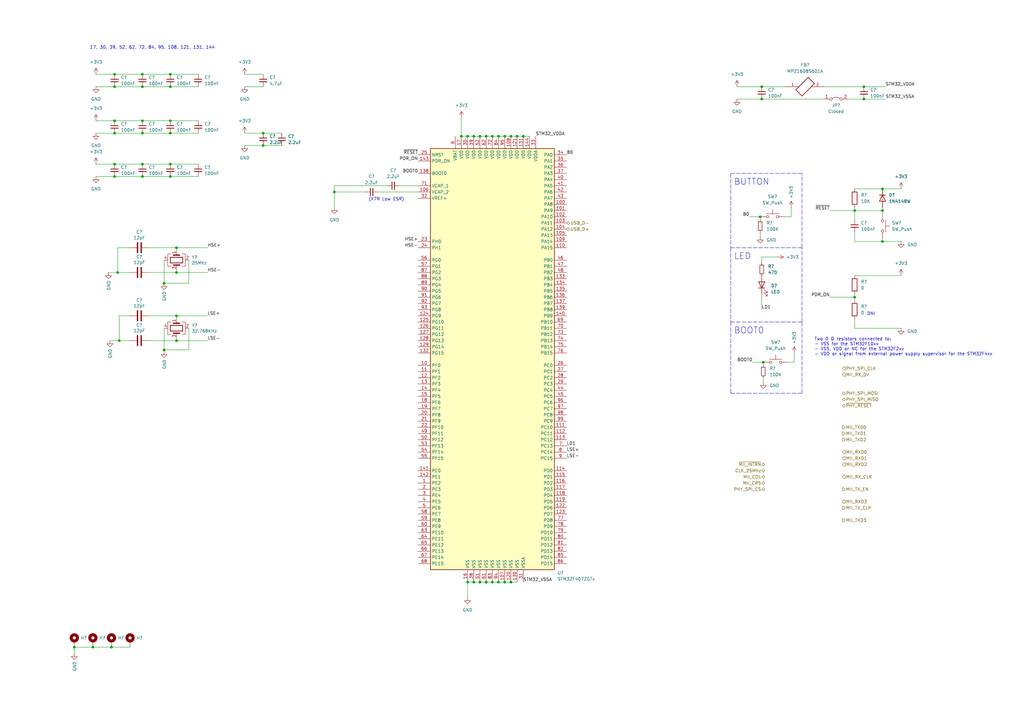
<source format=kicad_sch>
(kicad_sch (version 20211123) (generator eeschema)
  (paper "A3")
  (lib_symbols
    (symbol "Device:C" (pin_numbers hide) (pin_names (offset 0.254))
      (property "Reference" "C" (at 0.635 2.54 0))
      (property "Value" "C" (at 0.635 -2.54 0))
      (symbol "C_0_1"
        (polyline (pts (xy -2.032 -0.762) (xy 2.032 -0.762)) (stroke (width 0.508)))
        (polyline (pts (xy -2.032 0.762) (xy 2.032 0.762)) (stroke (width 0.508)))
      )
      (symbol "C_1_1"
        (pin passive line (at 0 3.81 270) (length 2.794) (name "~") (number "1"))
        (pin passive line (at 0 -3.81 90) (length 2.794) (name "~") (number "2"))
      )
    )
    (symbol "Device:C_Small" (pin_numbers hide) (pin_names (offset 0.254) hide)
      (property "Reference" "C" (at 0.254 1.778 0))
      (property "Value" "C_Small" (at 0.254 -2.032 0))
      (symbol "C_Small_0_1"
        (polyline (pts (xy -1.524 -0.508) (xy 1.524 -0.508)) (stroke (width 0.3302)))
        (polyline (pts (xy -1.524 0.508) (xy 1.524 0.508)) (stroke (width 0.3048)))
      )
      (symbol "C_Small_1_1"
        (pin passive line (at 0 2.54 270) (length 2.032) (name "~") (number "1"))
        (pin passive line (at 0 -2.54 90) (length 2.032) (name "~") (number "2"))
      )
    )
    (symbol "Device:Crystal_GND24" (pin_names (offset 1.016) hide)
      (property "Reference" "Y" (at 3.175 5.08 0))
      (property "Value" "Crystal_GND24" (at 3.175 3.175 0))
      (symbol "Crystal_GND24_0_1"
        (rectangle (start -1.143 2.54) (end 1.143 -2.54) (stroke (width 0.3048)))
        (polyline (pts (xy -2.54 0) (xy -2.032 0)))
        (polyline (pts (xy -2.032 -1.27) (xy -2.032 1.27)) (stroke (width 0.508)))
        (polyline (pts (xy 0 -3.81) (xy 0 -3.556)))
        (polyline (pts (xy 0 3.556) (xy 0 3.81)))
        (polyline (pts (xy 2.032 -1.27) (xy 2.032 1.27)) (stroke (width 0.508)))
        (polyline (pts (xy 2.032 0) (xy 2.54 0)))
        (polyline (pts (xy -2.54 -2.286) (xy -2.54 -3.556) (xy 2.54 -3.556) (xy 2.54 -2.286)))
        (polyline (pts (xy -2.54 2.286) (xy -2.54 3.556) (xy 2.54 3.556) (xy 2.54 2.286)))
      )
      (symbol "Crystal_GND24_1_1"
        (pin passive line (at -3.81 0 0) (length 1.27) (name "1") (number "1"))
        (pin passive line (at 0 5.08 270) (length 1.27) (name "2") (number "2"))
        (pin passive line (at 3.81 0 180) (length 1.27) (name "3") (number "3"))
        (pin passive line (at 0 -5.08 90) (length 1.27) (name "4") (number "4"))
      )
    )
    (symbol "Device:LED" (pin_numbers hide) (pin_names (offset 1.016) hide)
      (property "Reference" "D" (at 0 2.54 0))
      (property "Value" "LED" (at 0 -2.54 0))
      (symbol "LED_0_1"
        (polyline (pts (xy -1.27 -1.27) (xy -1.27 1.27)) (stroke (width 0.254)))
        (polyline (pts (xy -1.27 0) (xy 1.27 0)))
        (polyline (pts (xy 1.27 -1.27) (xy 1.27 1.27) (xy -1.27 0) (xy 1.27 -1.27)) (stroke (width 0.254)))
        (polyline (pts (xy -3.048 -0.762) (xy -4.572 -2.286) (xy -3.81 -2.286) (xy -4.572 -2.286) (xy -4.572 -1.524)))
        (polyline (pts (xy -1.778 -0.762) (xy -3.302 -2.286) (xy -2.54 -2.286) (xy -3.302 -2.286) (xy -3.302 -1.524)))
      )
      (symbol "LED_1_1"
        (pin passive line (at -3.81 0 0) (length 2.54) (name "K") (number "1"))
        (pin passive line (at 3.81 0 180) (length 2.54) (name "A") (number "2"))
      )
    )
    (symbol "Device:R" (pin_numbers hide) (pin_names (offset 0))
      (property "Reference" "R" (at 2.032 0 90))
      (property "Value" "R" (at 0 0 90))
      (symbol "R_0_1"
        (rectangle (start -1.016 -2.54) (end 1.016 2.54) (stroke (width 0.254)))
      )
      (symbol "R_1_1"
        (pin passive line (at 0 3.81 270) (length 1.27) (name "~") (number "1"))
        (pin passive line (at 0 -3.81 90) (length 1.27) (name "~") (number "2"))
      )
    )
    (symbol "Device:R_Small" (pin_numbers hide) (pin_names (offset 0.254) hide)
      (property "Reference" "R" (at 0.762 0.508 0))
      (property "Value" "R_Small" (at 0.762 -1.016 0))
      (symbol "R_Small_0_1"
        (rectangle (start -0.762 1.778) (end 0.762 -1.778) (stroke (width 0.2032)))
      )
      (symbol "R_Small_1_1"
        (pin passive line (at 0 2.54 270) (length 0.762) (name "~") (number "1"))
        (pin passive line (at 0 -2.54 90) (length 0.762) (name "~") (number "2"))
      )
    )
    (symbol "Diode:1N4148W" (pin_numbers hide) (pin_names hide)
      (property "Reference" "D" (at 0 2.54 0))
      (property "Value" "1N4148W" (at 0 -2.54 0))
      (symbol "1N4148W_0_1"
        (polyline (pts (xy -1.27 1.27) (xy -1.27 -1.27)) (stroke (width 0.254)))
        (polyline (pts (xy 1.27 0) (xy -1.27 0)))
        (polyline (pts (xy 1.27 1.27) (xy 1.27 -1.27) (xy -1.27 0) (xy 1.27 1.27)) (stroke (width 0.254)))
      )
      (symbol "1N4148W_1_1"
        (pin passive line (at -3.81 0 0) (length 2.54) (name "K") (number "1"))
        (pin passive line (at 3.81 0 180) (length 2.54) (name "A") (number "2"))
      )
    )
    (symbol "Jumper:Jumper_2_Bridged" (pin_names (offset 0) hide)
      (property "Reference" "JP" (at 0 1.905 0))
      (property "Value" "Jumper_2_Bridged" (at 0 -2.54 0))
      (symbol "Jumper_2_Bridged_0_0"
        (circle (center -2.032 0) (radius 0.508))
        (circle (center 2.032 0) (radius 0.508))
      )
      (symbol "Jumper_2_Bridged_0_1"
        (arc (start 1.524 0.254) (mid 0 0.762) (end -1.524 0.254))
      )
      (symbol "Jumper_2_Bridged_1_1"
        (pin passive line (at -5.08 0 0) (length 2.54) (name "A") (number "1"))
        (pin passive line (at 5.08 0 180) (length 2.54) (name "B") (number "2"))
      )
    )
    (symbol "MCU_ST_STM32F4:STM32F407ZGTx"
      (property "Reference" "U" (at -25.4 87.63 0))
      (property "Value" "STM32F407ZGTx" (at 20.32 87.63 0))
      (symbol "STM32F407ZGTx_0_1"
        (rectangle (start -25.4 -86.36) (end 25.4 86.36) (stroke (width 0.254)) (fill (type background)))
      )
      (symbol "STM32F407ZGTx_1_1"
        (pin bidirectional line (at -30.48 -50.8 0) (length 5.08) (name "PE2") (number "1"))
        (pin bidirectional line (at -30.48 -2.54 0) (length 5.08) (name "PF0") (number "10"))
        (pin bidirectional line (at 30.48 63.5 180) (length 5.08) (name "PA8") (number "100"))
        (pin bidirectional line (at 30.48 60.96 180) (length 5.08) (name "PA9") (number "101"))
        (pin bidirectional line (at 30.48 58.42 180) (length 5.08) (name "PA10") (number "102"))
        (pin bidirectional line (at 30.48 55.88 180) (length 5.08) (name "PA11") (number "103"))
        (pin bidirectional line (at 30.48 53.34 180) (length 5.08) (name "PA12") (number "104"))
        (pin bidirectional line (at 30.48 50.8 180) (length 5.08) (name "PA13") (number "105"))
        (pin power_in line (at -30.48 68.58 0) (length 5.08) (name "VCAP_2") (number "106"))
        (pin power_in line (at 5.08 -91.44 90) (length 5.08) (name "VSS") (number "107"))
        (pin power_in line (at 7.62 91.44 270) (length 5.08) (name "VDD") (number "108"))
        (pin bidirectional line (at 30.48 48.26 180) (length 5.08) (name "PA14") (number "109"))
        (pin bidirectional line (at -30.48 -5.08 0) (length 5.08) (name "PF1") (number "11"))
        (pin bidirectional line (at 30.48 45.72 180) (length 5.08) (name "PA15") (number "110"))
        (pin bidirectional line (at 30.48 -27.94 180) (length 5.08) (name "PC10") (number "111"))
        (pin bidirectional line (at 30.48 -30.48 180) (length 5.08) (name "PC11") (number "112"))
        (pin bidirectional line (at 30.48 -33.02 180) (length 5.08) (name "PC12") (number "113"))
        (pin bidirectional line (at 30.48 -45.72 180) (length 5.08) (name "PD0") (number "114"))
        (pin bidirectional line (at 30.48 -48.26 180) (length 5.08) (name "PD1") (number "115"))
        (pin bidirectional line (at 30.48 -50.8 180) (length 5.08) (name "PD2") (number "116"))
        (pin bidirectional line (at 30.48 -53.34 180) (length 5.08) (name "PD3") (number "117"))
        (pin bidirectional line (at 30.48 -55.88 180) (length 5.08) (name "PD4") (number "118"))
        (pin bidirectional line (at 30.48 -58.42 180) (length 5.08) (name "PD5") (number "119"))
        (pin bidirectional line (at -30.48 -7.62 0) (length 5.08) (name "PF2") (number "12"))
        (pin power_in line (at 7.62 -91.44 90) (length 5.08) (name "VSS") (number "120"))
        (pin power_in line (at 10.16 91.44 270) (length 5.08) (name "VDD") (number "121"))
        (pin bidirectional line (at 30.48 -60.96 180) (length 5.08) (name "PD6") (number "122"))
        (pin bidirectional line (at 30.48 -63.5 180) (length 5.08) (name "PD7") (number "123"))
        (pin bidirectional line (at -30.48 17.78 0) (length 5.08) (name "PG9") (number "124"))
        (pin bidirectional line (at -30.48 15.24 0) (length 5.08) (name "PG10") (number "125"))
        (pin bidirectional line (at -30.48 12.7 0) (length 5.08) (name "PG11") (number "126"))
        (pin bidirectional line (at -30.48 10.16 0) (length 5.08) (name "PG12") (number "127"))
        (pin bidirectional line (at -30.48 7.62 0) (length 5.08) (name "PG13") (number "128"))
        (pin bidirectional line (at -30.48 5.08 0) (length 5.08) (name "PG14") (number "129"))
        (pin bidirectional line (at -30.48 -10.16 0) (length 5.08) (name "PF3") (number "13"))
        (pin power_in line (at 10.16 -91.44 90) (length 5.08) (name "VSS") (number "130"))
        (pin power_in line (at 12.7 91.44 270) (length 5.08) (name "VDD") (number "131"))
        (pin bidirectional line (at -30.48 2.54 0) (length 5.08) (name "PG15") (number "132"))
        (pin bidirectional line (at 30.48 33.02 180) (length 5.08) (name "PB3") (number "133"))
        (pin bidirectional line (at 30.48 30.48 180) (length 5.08) (name "PB4") (number "134"))
        (pin bidirectional line (at 30.48 27.94 180) (length 5.08) (name "PB5") (number "135"))
        (pin bidirectional line (at 30.48 25.4 180) (length 5.08) (name "PB6") (number "136"))
        (pin bidirectional line (at 30.48 22.86 180) (length 5.08) (name "PB7") (number "137"))
        (pin input line (at -30.48 76.2 0) (length 5.08) (name "BOOT0") (number "138"))
        (pin bidirectional line (at 30.48 20.32 180) (length 5.08) (name "PB8") (number "139"))
        (pin bidirectional line (at -30.48 -12.7 0) (length 5.08) (name "PF4") (number "14"))
        (pin bidirectional line (at 30.48 17.78 180) (length 5.08) (name "PB9") (number "140"))
        (pin bidirectional line (at -30.48 -45.72 0) (length 5.08) (name "PE0") (number "141"))
        (pin bidirectional line (at -30.48 -48.26 0) (length 5.08) (name "PE1") (number "142"))
        (pin input line (at -30.48 81.28 0) (length 5.08) (name "PDR_ON") (number "143"))
        (pin power_in line (at 15.24 91.44 270) (length 5.08) (name "VDD") (number "144"))
        (pin bidirectional line (at -30.48 -15.24 0) (length 5.08) (name "PF5") (number "15"))
        (pin power_in line (at -10.16 -91.44 90) (length 5.08) (name "VSS") (number "16"))
        (pin power_in line (at -12.7 91.44 270) (length 5.08) (name "VDD") (number "17"))
        (pin bidirectional line (at -30.48 -17.78 0) (length 5.08) (name "PF6") (number "18"))
        (pin bidirectional line (at -30.48 -20.32 0) (length 5.08) (name "PF7") (number "19"))
        (pin bidirectional line (at -30.48 -53.34 0) (length 5.08) (name "PE3") (number "2"))
        (pin bidirectional line (at -30.48 -22.86 0) (length 5.08) (name "PF8") (number "20"))
        (pin bidirectional line (at -30.48 -25.4 0) (length 5.08) (name "PF9") (number "21"))
        (pin bidirectional line (at -30.48 -27.94 0) (length 5.08) (name "PF10") (number "22"))
        (pin input line (at -30.48 48.26 0) (length 5.08) (name "PH0") (number "23"))
        (pin input line (at -30.48 45.72 0) (length 5.08) (name "PH1") (number "24"))
        (pin input line (at -30.48 83.82 0) (length 5.08) (name "NRST") (number "25"))
        (pin bidirectional line (at 30.48 -2.54 180) (length 5.08) (name "PC0") (number "26"))
        (pin bidirectional line (at 30.48 -5.08 180) (length 5.08) (name "PC1") (number "27"))
        (pin bidirectional line (at 30.48 -7.62 180) (length 5.08) (name "PC2") (number "28"))
        (pin bidirectional line (at 30.48 -10.16 180) (length 5.08) (name "PC3") (number "29"))
        (pin bidirectional line (at -30.48 -55.88 0) (length 5.08) (name "PE4") (number "3"))
        (pin power_in line (at -10.16 91.44 270) (length 5.08) (name "VDD") (number "30"))
        (pin power_in line (at 12.7 -91.44 90) (length 5.08) (name "VSSA") (number "31"))
        (pin power_in line (at -30.48 66.04 0) (length 5.08) (name "VREF+") (number "32"))
        (pin power_in line (at 17.78 91.44 270) (length 5.08) (name "VDDA") (number "33"))
        (pin bidirectional line (at 30.48 83.82 180) (length 5.08) (name "PA0") (number "34"))
        (pin bidirectional line (at 30.48 81.28 180) (length 5.08) (name "PA1") (number "35"))
        (pin bidirectional line (at 30.48 78.74 180) (length 5.08) (name "PA2") (number "36"))
        (pin bidirectional line (at 30.48 76.2 180) (length 5.08) (name "PA3") (number "37"))
        (pin power_in line (at -7.62 -91.44 90) (length 5.08) (name "VSS") (number "38"))
        (pin power_in line (at -7.62 91.44 270) (length 5.08) (name "VDD") (number "39"))
        (pin bidirectional line (at -30.48 -58.42 0) (length 5.08) (name "PE5") (number "4"))
        (pin bidirectional line (at 30.48 73.66 180) (length 5.08) (name "PA4") (number "40"))
        (pin bidirectional line (at 30.48 71.12 180) (length 5.08) (name "PA5") (number "41"))
        (pin bidirectional line (at 30.48 68.58 180) (length 5.08) (name "PA6") (number "42"))
        (pin bidirectional line (at 30.48 66.04 180) (length 5.08) (name "PA7") (number "43"))
        (pin bidirectional line (at 30.48 -12.7 180) (length 5.08) (name "PC4") (number "44"))
        (pin bidirectional line (at 30.48 -15.24 180) (length 5.08) (name "PC5") (number "45"))
        (pin bidirectional line (at 30.48 40.64 180) (length 5.08) (name "PB0") (number "46"))
        (pin bidirectional line (at 30.48 38.1 180) (length 5.08) (name "PB1") (number "47"))
        (pin bidirectional line (at 30.48 35.56 180) (length 5.08) (name "PB2") (number "48"))
        (pin bidirectional line (at -30.48 -30.48 0) (length 5.08) (name "PF11") (number "49"))
        (pin bidirectional line (at -30.48 -60.96 0) (length 5.08) (name "PE6") (number "5"))
        (pin bidirectional line (at -30.48 -33.02 0) (length 5.08) (name "PF12") (number "50"))
        (pin power_in line (at -5.08 -91.44 90) (length 5.08) (name "VSS") (number "51"))
        (pin power_in line (at -5.08 91.44 270) (length 5.08) (name "VDD") (number "52"))
        (pin bidirectional line (at -30.48 -35.56 0) (length 5.08) (name "PF13") (number "53"))
        (pin bidirectional line (at -30.48 -38.1 0) (length 5.08) (name "PF14") (number "54"))
        (pin bidirectional line (at -30.48 -40.64 0) (length 5.08) (name "PF15") (number "55"))
        (pin bidirectional line (at -30.48 40.64 0) (length 5.08) (name "PG0") (number "56"))
        (pin bidirectional line (at -30.48 38.1 0) (length 5.08) (name "PG1") (number "57"))
        (pin bidirectional line (at -30.48 -63.5 0) (length 5.08) (name "PE7") (number "58"))
        (pin bidirectional line (at -30.48 -66.04 0) (length 5.08) (name "PE8") (number "59"))
        (pin power_in line (at -15.24 91.44 270) (length 5.08) (name "VBAT") (number "6"))
        (pin bidirectional line (at -30.48 -68.58 0) (length 5.08) (name "PE9") (number "60"))
        (pin power_in line (at -2.54 -91.44 90) (length 5.08) (name "VSS") (number "61"))
        (pin power_in line (at -2.54 91.44 270) (length 5.08) (name "VDD") (number "62"))
        (pin bidirectional line (at -30.48 -71.12 0) (length 5.08) (name "PE10") (number "63"))
        (pin bidirectional line (at -30.48 -73.66 0) (length 5.08) (name "PE11") (number "64"))
        (pin bidirectional line (at -30.48 -76.2 0) (length 5.08) (name "PE12") (number "65"))
        (pin bidirectional line (at -30.48 -78.74 0) (length 5.08) (name "PE13") (number "66"))
        (pin bidirectional line (at -30.48 -81.28 0) (length 5.08) (name "PE14") (number "67"))
        (pin bidirectional line (at -30.48 -83.82 0) (length 5.08) (name "PE15") (number "68"))
        (pin bidirectional line (at 30.48 15.24 180) (length 5.08) (name "PB10") (number "69"))
        (pin bidirectional line (at 30.48 -35.56 180) (length 5.08) (name "PC13") (number "7"))
        (pin bidirectional line (at 30.48 12.7 180) (length 5.08) (name "PB11") (number "70"))
        (pin power_in line (at -30.48 71.12 0) (length 5.08) (name "VCAP_1") (number "71"))
        (pin power_in line (at 0 91.44 270) (length 5.08) (name "VDD") (number "72"))
        (pin bidirectional line (at 30.48 10.16 180) (length 5.08) (name "PB12") (number "73"))
        (pin bidirectional line (at 30.48 7.62 180) (length 5.08) (name "PB13") (number "74"))
        (pin bidirectional line (at 30.48 5.08 180) (length 5.08) (name "PB14") (number "75"))
        (pin bidirectional line (at 30.48 2.54 180) (length 5.08) (name "PB15") (number "76"))
        (pin bidirectional line (at 30.48 -66.04 180) (length 5.08) (name "PD8") (number "77"))
        (pin bidirectional line (at 30.48 -68.58 180) (length 5.08) (name "PD9") (number "78"))
        (pin bidirectional line (at 30.48 -71.12 180) (length 5.08) (name "PD10") (number "79"))
        (pin bidirectional line (at 30.48 -38.1 180) (length 5.08) (name "PC14") (number "8"))
        (pin bidirectional line (at 30.48 -73.66 180) (length 5.08) (name "PD11") (number "80"))
        (pin bidirectional line (at 30.48 -76.2 180) (length 5.08) (name "PD12") (number "81"))
        (pin bidirectional line (at 30.48 -78.74 180) (length 5.08) (name "PD13") (number "82"))
        (pin power_in line (at 0 -91.44 90) (length 5.08) (name "VSS") (number "83"))
        (pin power_in line (at 2.54 91.44 270) (length 5.08) (name "VDD") (number "84"))
        (pin bidirectional line (at 30.48 -81.28 180) (length 5.08) (name "PD14") (number "85"))
        (pin bidirectional line (at 30.48 -83.82 180) (length 5.08) (name "PD15") (number "86"))
        (pin bidirectional line (at -30.48 35.56 0) (length 5.08) (name "PG2") (number "87"))
        (pin bidirectional line (at -30.48 33.02 0) (length 5.08) (name "PG3") (number "88"))
        (pin bidirectional line (at -30.48 30.48 0) (length 5.08) (name "PG4") (number "89"))
        (pin bidirectional line (at 30.48 -40.64 180) (length 5.08) (name "PC15") (number "9"))
        (pin bidirectional line (at -30.48 27.94 0) (length 5.08) (name "PG5") (number "90"))
        (pin bidirectional line (at -30.48 25.4 0) (length 5.08) (name "PG6") (number "91"))
        (pin bidirectional line (at -30.48 22.86 0) (length 5.08) (name "PG7") (number "92"))
        (pin bidirectional line (at -30.48 20.32 0) (length 5.08) (name "PG8") (number "93"))
        (pin power_in line (at 2.54 -91.44 90) (length 5.08) (name "VSS") (number "94"))
        (pin power_in line (at 5.08 91.44 270) (length 5.08) (name "VDD") (number "95"))
        (pin bidirectional line (at 30.48 -17.78 180) (length 5.08) (name "PC6") (number "96"))
        (pin bidirectional line (at 30.48 -20.32 180) (length 5.08) (name "PC7") (number "97"))
        (pin bidirectional line (at 30.48 -22.86 180) (length 5.08) (name "PC8") (number "98"))
        (pin bidirectional line (at 30.48 -25.4 180) (length 5.08) (name "PC9") (number "99"))
      )
    )
    (symbol "MPZ1608S601A:MPZ1608S601A" (pin_names (offset 1.016))
      (property "Reference" "FB" (at -7.6244 5.0815 0))
      (property "Value" "MPZ1608S601A" (at -7.63 -7.6266 0))
      (symbol "MPZ1608S601A_0_0"
        (polyline (pts (xy -3.81 -1.27) (xy -1.27 -3.81)) (stroke (width 0.254)))
        (polyline (pts (xy -1.27 -3.81) (xy 3.81 1.27)) (stroke (width 0.254)))
        (polyline (pts (xy 1.27 3.81) (xy -3.81 -1.27)) (stroke (width 0.254)))
        (polyline (pts (xy 3.81 1.27) (xy 1.27 3.81)) (stroke (width 0.254)))
        (pin passive line (at -7.62 0 0) (length 5.08) (name "~") (number "1"))
        (pin passive line (at 7.62 0 180) (length 5.08) (name "~") (number "2"))
      )
    )
    (symbol "Mechanical:MountingHole_Pad" (pin_numbers hide) (pin_names (offset 1.016) hide)
      (property "Reference" "H" (at 0 6.35 0))
      (property "Value" "MountingHole_Pad" (at 0 4.445 0))
      (symbol "MountingHole_Pad_0_1"
        (circle (center 0 1.27) (radius 1.27) (stroke (width 1.27)))
      )
      (symbol "MountingHole_Pad_1_1"
        (pin input line (at 0 -2.54 90) (length 2.54) (name "1") (number "1"))
      )
    )
    (symbol "Switch:SW_Push" (pin_numbers hide) (pin_names (offset 1.016) hide)
      (property "Reference" "SW" (at 1.27 2.54 0))
      (property "Value" "SW_Push" (at 0 -1.524 0))
      (symbol "SW_Push_0_1"
        (circle (center -2.032 0) (radius 0.508))
        (polyline (pts (xy 0 1.27) (xy 0 3.048)))
        (polyline (pts (xy 2.54 1.27) (xy -2.54 1.27)))
        (circle (center 2.032 0) (radius 0.508))
        (pin passive line (at -5.08 0 0) (length 2.54) (name "1") (number "1"))
        (pin passive line (at 5.08 0 180) (length 2.54) (name "2") (number "2"))
      )
    )
    (symbol "power:+3V3" (power) (pin_names (offset 0))
      (property "Value" "+3V3" (at 0 3.556 0))
      (symbol "+3V3_0_1"
        (polyline (pts (xy -0.762 1.27) (xy 0 2.54)))
        (polyline (pts (xy 0 0) (xy 0 2.54)))
        (polyline (pts (xy 0 2.54) (xy 0.762 1.27)))
      )
      (symbol "+3V3_1_1"
        (pin power_in line (at 0 0 90) (length 0) hide (name "+3V3") (number "1"))
      )
    )
    (symbol "power:GND" (power) (pin_names (offset 0))
      (property "Value" "GND" (at 0 -3.81 0))
      (symbol "GND_0_1"
        (polyline (pts (xy 0 0) (xy 0 -1.27) (xy 1.27 -1.27) (xy 0 -2.54) (xy -1.27 -1.27) (xy 0 -1.27)))
      )
      (symbol "GND_1_1"
        (pin power_in line (at 0 0 270) (length 0) hide (name "GND") (number "1"))
      )
    )
  )
  (junction (at 204.47 55.88))
  (junction (at 137.16 78.74))
  (junction (at 58.42 30.48))
  (junction (at 204.47 238.76))
  (junction (at 350.52 121.92))
  (junction (at 69.85 54.61))
  (junction (at 72.39 111.76))
  (junction (at 194.31 238.76))
  (junction (at 58.42 67.31))
  (junction (at 69.85 67.31))
  (junction (at 107.95 54.61))
  (junction (at 361.95 77.47))
  (junction (at 107.95 59.69))
  (junction (at 46.99 72.39))
  (junction (at 354.33 35.56))
  (junction (at 194.31 55.88))
  (junction (at 191.77 55.88))
  (junction (at 58.42 72.39))
  (junction (at 189.23 55.88))
  (junction (at 46.99 49.53))
  (junction (at 201.93 55.88))
  (junction (at 209.55 55.88))
  (junction (at 350.52 86.36))
  (junction (at 69.85 30.48))
  (junction (at 38.1 265.43))
  (junction (at 72.39 101.6))
  (junction (at 69.85 35.56))
  (junction (at 46.99 54.61))
  (junction (at 67.31 143.51))
  (junction (at 67.31 116.205))
  (junction (at 207.01 238.76))
  (junction (at 312.42 40.64))
  (junction (at 72.39 139.7))
  (junction (at 48.895 139.7))
  (junction (at 214.63 55.88))
  (junction (at 196.85 55.88))
  (junction (at 212.09 55.88))
  (junction (at 46.99 30.48))
  (junction (at 354.33 40.64))
  (junction (at 58.42 54.61))
  (junction (at 207.01 55.88))
  (junction (at 313.055 148.59))
  (junction (at 46.99 35.56))
  (junction (at 196.85 238.76))
  (junction (at 191.77 238.76))
  (junction (at 312.42 35.56))
  (junction (at 199.39 238.76))
  (junction (at 58.42 49.53))
  (junction (at 361.95 86.36))
  (junction (at 201.93 238.76))
  (junction (at 46.99 67.31))
  (junction (at 72.39 129.54))
  (junction (at 311.785 88.9))
  (junction (at 199.39 55.88))
  (junction (at 69.85 72.39))
  (junction (at 361.95 99.06))
  (junction (at 30.48 265.43))
  (junction (at 209.55 238.76))
  (junction (at 58.42 35.56))
  (junction (at 69.85 49.53))
  (junction (at 48.26 111.76))
  (junction (at 45.72 265.43))
  (wire (pts (xy 58.42 49.53) (xy 69.85 49.53)))
  (wire (pts (xy 350.52 134.62) (xy 369.57 134.62)))
  (wire (pts (xy 311.785 88.9) (xy 311.785 90.17)))
  (wire (pts (xy 77.47 143.51) (xy 67.31 143.51)))
  (wire (pts (xy 194.31 55.88) (xy 196.85 55.88)))
  (wire (pts (xy 191.77 238.76) (xy 191.77 245.11)))
  (wire (pts (xy 350.52 121.92) (xy 350.52 123.19)))
  (wire (pts (xy 350.52 130.81) (xy 350.52 134.62)))
  (wire (pts (xy 100.33 54.61) (xy 107.95 54.61)))
  (wire (pts (xy 313.055 148.59) (xy 313.055 149.86)))
  (wire (pts (xy 312.42 35.56) (xy 322.58 35.56)))
  (wire (pts (xy 209.55 238.76) (xy 207.01 238.76)))
  (polyline (pts (xy 328.93 161.29) (xy 328.93 132.08)))
  (wire (pts (xy 201.93 55.88) (xy 204.47 55.88)))
  (polyline (pts (xy 299.72 71.12) (xy 328.93 71.12)))
  (wire (pts (xy 69.85 30.48) (xy 81.28 30.48)))
  (wire (pts (xy 77.47 134.62) (xy 77.47 143.51)))
  (wire (pts (xy 149.86 78.74) (xy 137.16 78.74)))
  (wire (pts (xy 163.83 76.2) (xy 171.45 76.2)))
  (wire (pts (xy 72.39 111.76) (xy 85.09 111.76)))
  (wire (pts (xy 302.26 35.56) (xy 312.42 35.56)))
  (wire (pts (xy 46.99 54.61) (xy 58.42 54.61)))
  (wire (pts (xy 58.42 72.39) (xy 69.85 72.39)))
  (wire (pts (xy 323.215 148.59) (xy 325.755 148.59)))
  (wire (pts (xy 312.42 40.64) (xy 337.82 40.64)))
  (wire (pts (xy 58.42 67.31) (xy 69.85 67.31)))
  (wire (pts (xy 308.61 148.59) (xy 313.055 148.59)))
  (wire (pts (xy 350.52 95.25) (xy 350.52 99.06)))
  (wire (pts (xy 69.85 67.31) (xy 81.28 67.31)))
  (wire (pts (xy 350.52 86.36) (xy 361.95 86.36)))
  (wire (pts (xy 194.31 238.76) (xy 191.77 238.76)))
  (wire (pts (xy 350.52 86.36) (xy 350.52 85.09)))
  (wire (pts (xy 58.42 35.56) (xy 69.85 35.56)))
  (wire (pts (xy 53.34 129.54) (xy 48.895 129.54)))
  (wire (pts (xy 361.95 97.79) (xy 361.95 99.06)))
  (wire (pts (xy 48.26 101.6) (xy 48.26 111.76)))
  (polyline (pts (xy 299.72 132.08) (xy 299.72 161.29)))
  (wire (pts (xy 312.42 105.41) (xy 318.77 105.41)))
  (wire (pts (xy 100.33 59.69) (xy 107.95 59.69)))
  (wire (pts (xy 39.37 54.61) (xy 46.99 54.61)))
  (wire (pts (xy 72.39 101.6) (xy 85.09 101.6)))
  (wire (pts (xy 350.52 77.47) (xy 361.95 77.47)))
  (wire (pts (xy 204.47 238.76) (xy 201.93 238.76)))
  (wire (pts (xy 196.85 55.88) (xy 199.39 55.88)))
  (wire (pts (xy 48.26 111.76) (xy 53.34 111.76)))
  (wire (pts (xy 337.82 35.56) (xy 354.33 35.56)))
  (polyline (pts (xy 328.93 132.08) (xy 328.93 101.6)))
  (wire (pts (xy 30.48 265.43) (xy 30.48 267.97)))
  (wire (pts (xy 312.42 107.95) (xy 312.42 105.41)))
  (wire (pts (xy 324.485 88.9) (xy 324.485 85.09)))
  (wire (pts (xy 69.85 72.39) (xy 81.28 72.39)))
  (wire (pts (xy 48.895 139.7) (xy 53.34 139.7)))
  (wire (pts (xy 189.23 48.26) (xy 189.23 55.88)))
  (wire (pts (xy 60.96 139.7) (xy 72.39 139.7)))
  (wire (pts (xy 350.52 86.36) (xy 350.52 90.17)))
  (wire (pts (xy 46.99 67.31) (xy 58.42 67.31)))
  (wire (pts (xy 58.42 54.61) (xy 69.85 54.61)))
  (wire (pts (xy 72.39 101.6) (xy 72.39 102.87)))
  (wire (pts (xy 45.085 139.7) (xy 48.895 139.7)))
  (wire (pts (xy 137.16 76.2) (xy 137.16 78.74)))
  (wire (pts (xy 77.47 106.68) (xy 77.47 116.205)))
  (wire (pts (xy 321.945 88.9) (xy 324.485 88.9)))
  (wire (pts (xy 46.99 49.53) (xy 58.42 49.53)))
  (wire (pts (xy 354.33 40.64) (xy 363.22 40.64)))
  (wire (pts (xy 214.63 55.88) (xy 217.17 55.88)))
  (wire (pts (xy 39.37 72.39) (xy 46.99 72.39)))
  (wire (pts (xy 107.95 59.69) (xy 115.57 59.69)))
  (wire (pts (xy 107.95 54.61) (xy 115.57 54.61)))
  (wire (pts (xy 39.37 67.31) (xy 46.99 67.31)))
  (wire (pts (xy 53.34 101.6) (xy 48.26 101.6)))
  (wire (pts (xy 312.42 120.65) (xy 312.42 127)))
  (wire (pts (xy 46.99 72.39) (xy 58.42 72.39)))
  (polyline (pts (xy 299.72 161.29) (xy 328.93 161.29)))
  (wire (pts (xy 204.47 55.88) (xy 207.01 55.88)))
  (wire (pts (xy 45.72 265.43) (xy 38.1 265.43)))
  (wire (pts (xy 207.01 55.88) (xy 209.55 55.88)))
  (wire (pts (xy 340.36 86.36) (xy 350.52 86.36)))
  (wire (pts (xy 350.52 99.06) (xy 361.95 99.06)))
  (wire (pts (xy 38.1 265.43) (xy 30.48 265.43)))
  (wire (pts (xy 340.36 121.92) (xy 350.52 121.92)))
  (wire (pts (xy 60.96 129.54) (xy 72.39 129.54)))
  (wire (pts (xy 311.785 95.25) (xy 311.785 97.155)))
  (polyline (pts (xy 299.72 71.12) (xy 299.72 101.6)))
  (polyline (pts (xy 299.72 101.6) (xy 299.72 132.08)))
  (wire (pts (xy 350.52 121.92) (xy 350.52 120.65)))
  (wire (pts (xy 209.55 55.88) (xy 212.09 55.88)))
  (wire (pts (xy 39.37 35.56) (xy 46.99 35.56)))
  (wire (pts (xy 69.85 35.56) (xy 81.28 35.56)))
  (wire (pts (xy 67.31 143.51) (xy 67.31 144.145)))
  (wire (pts (xy 39.37 30.48) (xy 46.99 30.48)))
  (wire (pts (xy 302.26 40.64) (xy 312.42 40.64)))
  (wire (pts (xy 307.34 88.9) (xy 311.785 88.9)))
  (polyline (pts (xy 328.93 101.6) (xy 328.93 71.12)))
  (wire (pts (xy 67.31 134.62) (xy 67.31 143.51)))
  (wire (pts (xy 46.99 30.48) (xy 58.42 30.48)))
  (polyline (pts (xy 299.72 101.6) (xy 328.93 101.6)))
  (wire (pts (xy 72.39 139.7) (xy 85.09 139.7)))
  (wire (pts (xy 361.95 77.47) (xy 369.57 77.47)))
  (wire (pts (xy 361.95 99.06) (xy 369.57 99.06)))
  (wire (pts (xy 154.94 78.74) (xy 171.45 78.74)))
  (wire (pts (xy 48.895 129.54) (xy 48.895 139.7)))
  (wire (pts (xy 354.33 35.56) (xy 363.22 35.56)))
  (wire (pts (xy 67.31 106.68) (xy 67.31 116.205)))
  (wire (pts (xy 201.93 238.76) (xy 199.39 238.76)))
  (wire (pts (xy 58.42 30.48) (xy 69.85 30.48)))
  (wire (pts (xy 77.47 116.205) (xy 67.31 116.205)))
  (wire (pts (xy 72.39 138.43) (xy 72.39 139.7)))
  (wire (pts (xy 72.39 110.49) (xy 72.39 111.76)))
  (wire (pts (xy 69.85 49.53) (xy 81.28 49.53)))
  (wire (pts (xy 158.75 76.2) (xy 137.16 76.2)))
  (wire (pts (xy 191.77 55.88) (xy 194.31 55.88)))
  (wire (pts (xy 44.45 111.76) (xy 48.26 111.76)))
  (wire (pts (xy 212.09 55.88) (xy 214.63 55.88)))
  (wire (pts (xy 189.23 55.88) (xy 191.77 55.88)))
  (wire (pts (xy 60.96 101.6) (xy 72.39 101.6)))
  (wire (pts (xy 60.96 111.76) (xy 72.39 111.76)))
  (wire (pts (xy 46.99 35.56) (xy 58.42 35.56)))
  (wire (pts (xy 361.95 86.36) (xy 361.95 87.63)))
  (wire (pts (xy 347.98 40.64) (xy 354.33 40.64)))
  (wire (pts (xy 313.055 154.94) (xy 313.055 156.845)))
  (wire (pts (xy 199.39 55.88) (xy 201.93 55.88)))
  (wire (pts (xy 325.755 148.59) (xy 325.755 144.78)))
  (wire (pts (xy 72.39 129.54) (xy 72.39 130.81)))
  (polyline (pts (xy 299.72 132.08) (xy 328.93 132.08)))
  (wire (pts (xy 69.85 54.61) (xy 81.28 54.61)))
  (wire (pts (xy 39.37 49.53) (xy 46.99 49.53)))
  (wire (pts (xy 361.95 86.36) (xy 361.95 85.09)))
  (wire (pts (xy 100.33 30.48) (xy 107.95 30.48)))
  (wire (pts (xy 53.34 265.43) (xy 45.72 265.43)))
  (wire (pts (xy 350.52 113.03) (xy 369.57 113.03)))
  (wire (pts (xy 199.39 238.76) (xy 196.85 238.76)))
  (wire (pts (xy 72.39 129.54) (xy 85.09 129.54)))
  (wire (pts (xy 196.85 238.76) (xy 194.31 238.76)))
  (wire (pts (xy 212.09 238.76) (xy 209.55 238.76)))
  (wire (pts (xy 100.33 35.56) (xy 107.95 35.56)))
  (wire (pts (xy 207.01 238.76) (xy 204.47 238.76)))
  (wire (pts (xy 137.16 78.74) (xy 137.16 85.09)))
  (text "BUTTON" (at 300.99 76.2 0) (effects (font (size 2.54 2.54)) (justify left bottom)))
  (text "LED" (at 300.99 106.68 0) (effects (font (size 2.54 2.54)) (justify left bottom)))
  (text "DNI" (at 355.6 129.54 0) (effects (font (size 1.27 1.27)) (justify left bottom)))
  (text "BOOT0" (at 300.99 137.16 0) (effects (font (size 2.54 2.54)) (justify left bottom)))
  (text "17, 30, 39, 52, 62, 72, 84, 95, 108, 121, 131, 144" (at 36.83 20.32 0) (effects (font (size 1.27 1.27)) (justify left bottom)))
  (text "(X7R Low ESR)" (at 151.13 82.55 0) (effects (font (size 1.27 1.27)) (justify left bottom)))
  (text "Two 0 Ω resistors connected to:\n- VSS for the STM32F10xx\n- VSS, VDD or NC for the STM32F2xx\n- VDD or signal from external power supply supervisor for the STM32F4xx" (at 334.01 146.05 0) (effects (font (size 1.27 1.27)) (justify left bottom)))
  (label "STM32_VDDA" (at 363.22 35.56 0))
  (label "STM32_VSSA" (at 363.22 40.64 0))
  (label "HSE-" (at 171.45 101.6 180))
  (label "~{RESET}" (at 171.45 63.5 180))
  (label "LSE-" (at 232.41 187.96 0))
  (label "BOOT0" (at 171.45 71.12 180))
  (label "LSE+" (at 85.09 129.54 0))
  (label "~{RESET}" (at 340.36 86.36 180))
  (label "B0" (at 232.41 63.5 0))
  (label "BOOT0" (at 308.61 148.59 180))
  (label "PDR_ON" (at 340.36 121.92 180))
  (label "LSE+" (at 232.41 185.42 0))
  (label "LD1" (at 232.41 182.88 0))
  (label "HSE+" (at 171.45 99.06 180))
  (label "PDR_ON" (at 171.45 66.04 180))
  (label "B0" (at 307.34 88.9 180))
  (label "STM32_VSSA" (at 214.63 238.76 0))
  (label "HSE-" (at 85.09 111.76 0))
  (label "LSE-" (at 85.09 139.7 0))
  (label "STM32_VDDA" (at 219.71 55.88 0))
  (label "LD1" (at 312.42 127 0))
  (label "HSE+" (at 85.09 101.6 0))
  (hierarchical_label "PHY_SPI_MISO" (shape bidirectional) (at 345.44 163.83 0))
  (hierarchical_label "USB_D+" (shape bidirectional) (at 232.41 93.98 0))
  (hierarchical_label "CLK_25Mhz" (shape bidirectional) (at 313.69 193.04 180))
  (hierarchical_label "PHY_SPI_CLK" (shape input) (at 345.44 151.13 0))
  (hierarchical_label "USB_D-" (shape bidirectional) (at 232.41 91.44 0))
  (hierarchical_label "MII_COL" (shape bidirectional) (at 313.69 195.58 180))
  (hierarchical_label "MII_RXD3" (shape input) (at 345.44 205.74 0))
  (hierarchical_label "PHY_SPI_CS" (shape bidirectional) (at 313.69 200.66 180))
  (hierarchical_label "MII_CRS" (shape bidirectional) (at 313.69 198.12 180))
  (hierarchical_label "MII_RXD2" (shape input) (at 345.44 190.5 0))
  (hierarchical_label "MII_TXD1" (shape output) (at 345.44 177.8 0))
  (hierarchical_label "MII_RX_CLK" (shape input) (at 345.44 195.58 0))
  (hierarchical_label "MII_TXD3" (shape output) (at 345.44 213.36 0))
  (hierarchical_label "MII_RXD0" (shape input) (at 345.44 185.42 0))
  (hierarchical_label "MII_RXD1" (shape input) (at 345.44 187.96 0))
  (hierarchical_label "MII_TX_CLK" (shape output) (at 345.44 208.28 0))
  (hierarchical_label "MII_TXD2" (shape output) (at 345.44 180.34 0))
  (hierarchical_label "~{MII_INTRN}" (shape bidirectional) (at 313.69 190.5 180))
  (hierarchical_label "MII_TXD0" (shape output) (at 345.44 175.26 0))
  (hierarchical_label "MII_RX_DV" (shape input) (at 345.44 153.67 0))
  (hierarchical_label "MII_TX_EN" (shape output) (at 345.44 200.66 0))
  (hierarchical_label "~{PHY_RESET}" (shape bidirectional) (at 345.44 166.37 0))
  (hierarchical_label "PHY_SPI_MOSI" (shape bidirectional) (at 345.44 161.29 0))
  (symbol (lib_id "power:+3V3") (at 100.33 30.48 0) (unit 1)
    (property "Reference" "#PWR?" (effects hide))
    (property "Value" "+3V3" (at 100.33 25.4 0))
  )
  (symbol (lib_id "Device:Crystal_GND24") (at 72.39 106.68 270) (unit 1)
    (property "Reference" "Y?" (at 78.5876 105.5116 90) (effects (justify left)))
    (property "Value" "25Mhz" (at 78.5876 107.823 90) (effects (justify left)))
    (property "Footprint" "Crystal:Crystal_SMD_3225-4Pin_3.2x2.5mm_HandSoldering" (effects hide))
  )
  (symbol (lib_id "Device:C_Small") (at 58.42 33.02 0) (unit 1)
    (property "Reference" "C?" (at 60.96 31.7562 0) (effects (justify left)))
    (property "Value" "100nF" (at 60.96 34.2962 0) (effects (justify left)))
  )
  (symbol (lib_id "power:+3V3") (at 39.37 67.31 0) (unit 1)
    (property "Reference" "#PWR?" (effects hide))
    (property "Value" "+3V3" (at 39.37 62.23 0))
  )
  (symbol (lib_id "Diode:1N4148W") (at 361.95 81.28 270) (unit 1)
    (property "Reference" "D?" (at 364.49 80.0099 90) (effects (justify left)))
    (property "Value" "1N4148W" (at 364.49 82.5499 90) (effects (justify left)))
    (property "Footprint" "Diode_SMD:D_SOD-123" (effects hide))
    (property "Datasheet" "https://www.vishay.com/docs/85748/1n4148w.pdf" (effects hide))
  )
  (symbol (lib_id "power:+3V3") (at 369.57 113.03 0) (unit 1)
    (property "Reference" "#PWR?" (effects hide))
    (property "Value" "+3V3" (at 369.57 107.95 0))
  )
  (symbol (lib_id "power:GND") (at 44.45 111.76 0) (unit 1)
    (property "Reference" "#PWR?" (effects hide))
    (property "Value" "GND" (at 44.577 115.0112 90) (effects (justify right)))
  )
  (symbol (lib_id "Device:C_Small") (at 350.52 92.71 0) (unit 1)
    (property "Reference" "C?" (at 353.06 91.4462 0) (effects (justify left)))
    (property "Value" "100nF" (at 353.06 93.9862 0) (effects (justify left)))
    (property "Footprint" "Capacitor_SMD:C_0603_1608Metric_Pad1.08x0.95mm_HandSolder" (effects hide))
  )
  (symbol (lib_id "power:+3V3") (at 369.57 77.47 0) (unit 1)
    (property "Reference" "#PWR?" (effects hide))
    (property "Value" "+3V3" (at 369.57 72.39 0))
  )
  (symbol (lib_id "Device:Crystal_GND24") (at 72.39 134.62 270) (unit 1)
    (property "Reference" "Y?" (at 78.5876 133.4516 90) (effects (justify left)))
    (property "Value" "32.768KHz" (at 78.5876 135.763 90) (effects (justify left)))
    (property "Footprint" "Crystal:Crystal_SMD_3225-4Pin_3.2x2.5mm_HandSoldering" (effects hide))
  )
  (symbol (lib_id "power:GND") (at 67.31 144.145 0) (unit 1)
    (property "Reference" "#PWR?" (effects hide))
    (property "Value" "GND" (at 67.437 147.3962 90) (effects (justify right)))
  )
  (symbol (lib_id "Device:C_Small") (at 107.95 57.15 0) (unit 1)
    (property "Reference" "C?" (at 110.49 55.8862 0) (effects (justify left)))
    (property "Value" "2.2uF" (at 110.49 58.4262 0) (effects (justify left)))
  )
  (symbol (lib_id "Device:C_Small") (at 81.28 69.85 0) (unit 1)
    (property "Reference" "C?" (at 83.82 68.5862 0) (effects (justify left)))
    (property "Value" "100nF" (at 83.82 71.1262 0) (effects (justify left)))
  )
  (symbol (lib_id "power:GND") (at 39.37 54.61 0) (unit 1)
    (property "Reference" "#PWR?" (effects hide))
    (property "Value" "GND" (at 39.37 59.69 0))
  )
  (symbol (lib_id "Device:C_Small") (at 58.42 52.07 0) (unit 1)
    (property "Reference" "C?" (at 60.96 50.8062 0) (effects (justify left)))
    (property "Value" "100nF" (at 60.96 53.3462 0) (effects (justify left)))
  )
  (symbol (lib_id "Device:C_Small") (at 58.42 69.85 0) (unit 1)
    (property "Reference" "C?" (at 60.96 68.5862 0) (effects (justify left)))
    (property "Value" "100nF" (at 60.96 71.1262 0) (effects (justify left)))
  )
  (symbol (lib_id "Device:C_Small") (at 354.33 38.1 0) (unit 1)
    (property "Reference" "C?" (at 356.87 36.8362 0) (effects (justify left)))
    (property "Value" "100nF" (at 356.87 39.3762 0) (effects (justify left)))
  )
  (symbol (lib_id "power:+3V3") (at 39.37 49.53 0) (unit 1)
    (property "Reference" "#PWR?" (effects hide))
    (property "Value" "+3V3" (at 39.37 44.45 0))
  )
  (symbol (lib_id "power:GND") (at 369.57 134.62 0) (unit 1)
    (property "Reference" "#PWR?" (effects hide))
    (property "Value" "GND" (at 372.11 135.8899 0) (effects (justify left)))
  )
  (symbol (lib_id "power:GND") (at 100.33 59.69 0) (unit 1)
    (property "Reference" "#PWR?" (effects hide))
    (property "Value" "GND" (at 100.33 64.77 0))
  )
  (symbol (lib_id "Device:C_Small") (at 115.57 57.15 0) (unit 1)
    (property "Reference" "C?" (at 118.11 55.8862 0) (effects (justify left)))
    (property "Value" "2.2uF" (at 118.11 58.4262 0) (effects (justify left)))
  )
  (symbol (lib_id "Device:C_Small") (at 46.99 69.85 0) (unit 1)
    (property "Reference" "C?" (at 49.53 68.5862 0) (effects (justify left)))
    (property "Value" "100nF" (at 49.53 71.1262 0) (effects (justify left)))
  )
  (symbol (lib_id "Device:C_Small") (at 69.85 69.85 0) (unit 1)
    (property "Reference" "C?" (at 72.39 68.5862 0) (effects (justify left)))
    (property "Value" "100nF" (at 72.39 71.1262 0) (effects (justify left)))
  )
  (symbol (lib_id "power:GND") (at 39.37 72.39 0) (unit 1)
    (property "Reference" "#PWR?" (effects hide))
    (property "Value" "GND" (at 39.37 77.47 0))
  )
  (symbol (lib_id "power:GND") (at 311.785 97.155 0) (unit 1)
    (property "Reference" "#PWR?" (effects hide))
    (property "Value" "GND" (at 314.325 98.4249 0) (effects (justify left)))
  )
  (symbol (lib_id "power:GND") (at 191.77 245.11 0) (unit 1)
    (property "Reference" "#PWR?" (effects hide))
    (property "Value" "GND" (at 191.77 250.19 0))
  )
  (symbol (lib_id "Switch:SW_Push") (at 316.865 88.9 0) (unit 1)
    (property "Reference" "SW?" (at 316.865 80.645 0))
    (property "Value" "SW_Push" (at 316.865 83.185 0))
    (property "Footprint" "Button_Switch_SMD:SW_SPST_B3U-1000P-B" (effects hide))
  )
  (symbol (lib_id "power:+3V3") (at 325.755 144.78 0) (unit 1)
    (property "Reference" "#PWR?" (effects hide))
    (property "Value" "+3V3" (at 325.755 135.89 90) (effects (justify right)))
  )
  (symbol (lib_id "power:+3V3") (at 189.23 48.26 0) (unit 1)
    (property "Reference" "#PWR?" (effects hide))
    (property "Value" "+3V3" (at 189.23 43.18 0))
  )
  (symbol (lib_id "power:GND") (at 30.48 267.97 0) (unit 1)
    (property "Reference" "#PWR?" (effects hide))
    (property "Value" "GND" (at 30.607 271.2212 90) (effects (justify right)))
  )
  (symbol (lib_id "Device:C") (at 57.15 139.7 270) (unit 1)
    (property "Reference" "C?" (at 57.15 133.2992 90))
    (property "Value" "12pF" (at 57.15 135.6106 90))
    (property "Footprint" "Capacitor_SMD:C_0603_1608Metric_Pad1.08x0.95mm_HandSolder" (effects hide))
  )
  (symbol (lib_id "MPZ1608S601A:MPZ1608S601A") (at 330.2 35.56 0) (unit 1)
    (property "Reference" "FB?" (at 330.2 26.67 0))
    (property "Value" "MPZ1608S601A" (at 330.2 29.21 0))
    (property "Footprint" "BEADC1608X95N" (effects hide))
  )
  (symbol (lib_id "Device:C_Small") (at 81.28 52.07 0) (unit 1)
    (property "Reference" "C?" (at 83.82 50.8062 0) (effects (justify left)))
    (property "Value" "100nF" (at 83.82 53.3462 0) (effects (justify left)))
  )
  (symbol (lib_id "Device:C") (at 57.15 129.54 270) (unit 1)
    (property "Reference" "C?" (at 57.15 123.1392 90))
    (property "Value" "12pF" (at 57.15 125.4506 90))
    (property "Footprint" "Capacitor_SMD:C_0603_1608Metric_Pad1.08x0.95mm_HandSolder" (effects hide))
  )
  (symbol (lib_id "Device:C_Small") (at 69.85 33.02 0) (unit 1)
    (property "Reference" "C?" (at 72.39 31.7562 0) (effects (justify left)))
    (property "Value" "100nF" (at 72.39 34.2962 0) (effects (justify left)))
  )
  (symbol (lib_id "power:GND") (at 369.57 99.06 0) (unit 1)
    (property "Reference" "#PWR?" (effects hide))
    (property "Value" "GND" (at 372.11 100.3299 0) (effects (justify left)))
  )
  (symbol (lib_id "Device:C_Small") (at 46.99 52.07 0) (unit 1)
    (property "Reference" "C?" (at 49.53 50.8062 0) (effects (justify left)))
    (property "Value" "100nF" (at 49.53 53.3462 0) (effects (justify left)))
  )
  (symbol (lib_id "power:+3V3") (at 324.485 85.09 0) (unit 1)
    (property "Reference" "#PWR?" (effects hide))
    (property "Value" "+3V3" (at 324.485 76.2 90) (effects (justify right)))
  )
  (symbol (lib_id "Device:C_Small") (at 69.85 52.07 0) (unit 1)
    (property "Reference" "C?" (at 72.39 50.8062 0) (effects (justify left)))
    (property "Value" "100nF" (at 72.39 53.3462 0) (effects (justify left)))
  )
  (symbol (lib_id "Mechanical:MountingHole_Pad") (at 45.72 262.89 0) (unit 1)
    (property "Reference" "H?" (at 48.26 261.6454 0) (effects (justify left)))
    (property "Value" " " (at 48.26 263.9568 0) (effects (justify left)))
    (property "Footprint" "MountingHole:MountingHole_3.2mm_M3_ISO7380_Pad" (effects hide))
  )
  (symbol (lib_id "Mechanical:MountingHole_Pad") (at 30.48 262.89 0) (unit 1)
    (property "Reference" "H?" (at 33.02 261.6454 0) (effects (justify left)))
    (property "Value" " " (at 33.02 263.9568 0) (effects (justify left)))
    (property "Footprint" "MountingHole:MountingHole_3.2mm_M3_ISO7380_Pad" (effects hide))
  )
  (symbol (lib_id "Device:C_Small") (at 312.42 38.1 0) (unit 1)
    (property "Reference" "C?" (at 314.96 36.8362 0) (effects (justify left)))
    (property "Value" "100nF" (at 314.96 39.3762 0) (effects (justify left)))
  )
  (symbol (lib_id "Device:LED") (at 312.42 116.84 90) (unit 1)
    (property "Reference" "D?" (at 316.23 117.1574 90) (effects (justify right)))
    (property "Value" "LED" (at 316.23 119.6974 90) (effects (justify right)))
    (property "Footprint" "LED_SMD:LED_0603_1608Metric_Pad1.05x0.95mm_HandSolder" (effects hide))
  )
  (symbol (lib_id "Device:C_Small") (at 46.99 33.02 0) (unit 1)
    (property "Reference" "C?" (at 49.53 31.7562 0) (effects (justify left)))
    (property "Value" "100nF" (at 49.53 34.2962 0) (effects (justify left)))
  )
  (symbol (lib_id "Device:C_Small") (at 161.29 76.2 90) (unit 1)
    (property "Reference" "C?" (at 161.2963 69.85 90))
    (property "Value" "2.2uF" (at 161.2963 72.39 90))
  )
  (symbol (lib_id "MCU_ST_STM32F4:STM32F407ZGTx") (at 201.93 147.32 0) (unit 1)
    (property "Reference" "U?" (at 228.6 234.95 0) (effects (justify left)))
    (property "Value" "STM32F407ZGTx" (at 228.6 237.49 0) (effects (justify left)))
    (property "Footprint" "Package_QFP:LQFP-144_20x20mm_P0.5mm" (effects hide))
    (property "Datasheet" "http://www.st.com/st-web-ui/static/active/en/resource/technical/document/datasheet/DM00037051.pdf" (effects hide))
  )
  (symbol (lib_id "power:GND") (at 39.37 35.56 0) (unit 1)
    (property "Reference" "#PWR?" (effects hide))
    (property "Value" "GND" (at 39.37 40.64 0))
  )
  (symbol (lib_id "Device:R") (at 350.52 116.84 0) (unit 1)
    (property "Reference" "R?" (at 353.06 115.5699 0) (effects (justify left)))
    (property "Value" "0" (at 353.06 118.1099 0) (effects (justify left)))
  )
  (symbol (lib_id "Device:C") (at 57.15 111.76 270) (unit 1)
    (property "Reference" "C?" (at 57.15 105.3592 90))
    (property "Value" "12pF" (at 57.15 107.6706 90))
    (property "Footprint" "Capacitor_SMD:C_0603_1608Metric_Pad1.08x0.95mm_HandSolder" (effects hide))
  )
  (symbol (lib_id "Switch:SW_Push") (at 318.135 148.59 0) (unit 1)
    (property "Reference" "SW?" (at 318.135 140.335 0))
    (property "Value" "SW_Push" (at 318.135 142.875 0))
    (property "Footprint" "Button_Switch_SMD:SW_SPST_B3U-1000P-B" (effects hide))
  )
  (symbol (lib_id "power:GND") (at 137.16 85.09 0) (unit 1)
    (property "Reference" "#PWR?" (effects hide))
    (property "Value" "GND" (at 137.16 90.17 0))
  )
  (symbol (lib_id "power:GND") (at 67.31 116.205 0) (unit 1)
    (property "Reference" "#PWR?" (effects hide))
    (property "Value" "GND" (at 67.437 119.4562 90) (effects (justify right)))
  )
  (symbol (lib_id "Device:C_Small") (at 152.4 78.74 90) (unit 1)
    (property "Reference" "C?" (at 152.4063 72.39 90))
    (property "Value" "2.2uF" (at 152.4063 74.93 90))
  )
  (symbol (lib_id "Device:R_Small") (at 313.055 152.4 0) (unit 1)
    (property "Reference" "R?" (at 315.595 151.1299 0) (effects (justify left)))
    (property "Value" "100K" (at 315.595 153.6699 0) (effects (justify left)))
    (property "Footprint" "Resistor_SMD:R_0603_1608Metric_Pad0.98x0.95mm_HandSolder" (effects hide))
  )
  (symbol (lib_id "Device:C_Small") (at 81.28 33.02 0) (unit 1)
    (property "Reference" "C?" (at 83.82 31.7562 0) (effects (justify left)))
    (property "Value" "100nF" (at 83.82 34.2962 0) (effects (justify left)))
  )
  (symbol (lib_id "Mechanical:MountingHole_Pad") (at 53.34 262.89 0) (unit 1)
    (property "Reference" "H?" (at 55.88 261.6454 0) (effects (justify left)))
    (property "Value" " " (at 55.88 263.9568 0) (effects (justify left)))
    (property "Footprint" "MountingHole:MountingHole_3.2mm_M3_ISO7380_Pad" (effects hide))
  )
  (symbol (lib_id "Device:R") (at 350.52 127 0) (unit 1)
    (property "Reference" "R?" (at 353.06 125.7299 0) (effects (justify left)))
    (property "Value" "0" (at 353.06 128.2699 0) (effects (justify left)))
  )
  (symbol (lib_id "Device:C_Small") (at 107.95 33.02 0) (unit 1)
    (property "Reference" "C?" (at 110.49 31.7562 0) (effects (justify left)))
    (property "Value" "4.7uF" (at 110.49 34.2962 0) (effects (justify left)))
  )
  (symbol (lib_id "Mechanical:MountingHole_Pad") (at 38.1 262.89 0) (unit 1)
    (property "Reference" "H?" (at 40.64 261.6454 0) (effects (justify left)))
    (property "Value" " " (at 40.64 263.9568 0) (effects (justify left)))
    (property "Footprint" "MountingHole:MountingHole_3.2mm_M3_ISO7380_Pad" (effects hide))
  )
  (symbol (lib_id "power:GND") (at 100.33 35.56 0) (unit 1)
    (property "Reference" "#PWR?" (effects hide))
    (property "Value" "GND" (at 100.33 40.64 0))
  )
  (symbol (lib_id "power:+3V3") (at 302.26 35.56 0) (unit 1)
    (property "Reference" "#PWR?" (effects hide))
    (property "Value" "+3V3" (at 302.26 30.48 0))
  )
  (symbol (lib_id "power:GND") (at 313.055 156.845 0) (unit 1)
    (property "Reference" "#PWR?" (effects hide))
    (property "Value" "GND" (at 315.595 158.1149 0) (effects (justify left)))
  )
  (symbol (lib_id "power:+3V3") (at 39.37 30.48 0) (unit 1)
    (property "Reference" "#PWR?" (effects hide))
    (property "Value" "+3V3" (at 39.37 25.4 0))
  )
  (symbol (lib_id "Device:R_Small") (at 312.42 110.49 0) (unit 1)
    (property "Reference" "R?" (at 314.96 109.2199 0) (effects (justify left)))
    (property "Value" "470" (at 314.96 111.7599 0) (effects (justify left)))
    (property "Footprint" "Resistor_SMD:R_0603_1608Metric_Pad0.98x0.95mm_HandSolder" (effects hide))
  )
  (symbol (lib_id "power:+3V3") (at 318.77 105.41 270) (unit 1)
    (property "Reference" "#PWR?" (effects hide))
    (property "Value" "+3V3" (at 327.66 105.41 90) (effects (justify right)))
  )
  (symbol (lib_id "Device:C") (at 57.15 101.6 270) (unit 1)
    (property "Reference" "C?" (at 57.15 95.1992 90))
    (property "Value" "12pF" (at 57.15 97.5106 90))
    (property "Footprint" "Capacitor_SMD:C_0603_1608Metric_Pad1.08x0.95mm_HandSolder" (effects hide))
  )
  (symbol (lib_id "Device:R") (at 350.52 81.28 0) (unit 1)
    (property "Reference" "R?" (at 353.06 80.0099 0) (effects (justify left)))
    (property "Value" "10K" (at 353.06 82.5499 0) (effects (justify left)))
  )
  (symbol (lib_id "Device:R_Small") (at 311.785 92.71 0) (unit 1)
    (property "Reference" "R?" (at 314.325 91.4399 0) (effects (justify left)))
    (property "Value" "100K" (at 314.325 93.9799 0) (effects (justify left)))
    (property "Footprint" "Resistor_SMD:R_0603_1608Metric_Pad0.98x0.95mm_HandSolder" (effects hide))
  )
  (symbol (lib_id "power:+3V3") (at 100.33 54.61 0) (unit 1)
    (property "Reference" "#PWR?" (effects hide))
    (property "Value" "+3V3" (at 100.33 49.53 0))
  )
  (symbol (lib_id "power:GND") (at 302.26 40.64 0) (unit 1)
    (property "Reference" "#PWR?" (effects hide))
    (property "Value" "GND" (at 302.26 45.72 0))
  )
  (symbol (lib_id "power:GND") (at 45.085 139.7 0) (unit 1)
    (property "Reference" "#PWR?" (effects hide))
    (property "Value" "GND" (at 45.212 142.9512 90) (effects (justify right)))
  )
  (symbol (lib_id "Jumper:Jumper_2_Bridged") (at 342.9 40.64 0) (unit 1)
    (property "Reference" "JP?" (at 342.9 43.18 0))
    (property "Value" "Closed" (at 342.9 45.72 0))
  )
  (symbol (lib_id "Switch:SW_Push") (at 361.95 92.71 270) (unit 1)
    (property "Reference" "SW?" (at 365.76 91.4399 90) (effects (justify left)))
    (property "Value" "SW_Push" (at 365.76 93.9799 90) (effects (justify left)))
    (property "Footprint" "Button_Switch_SMD:SW_SPST_B3U-1000P-B" (effects hide))
  )
)
</source>
